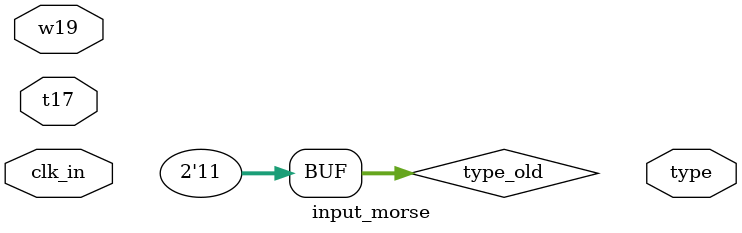
<source format=v>
`timescale 1ns / 1ps


module input_morse(

    input clk_in,
    input t17,  //switch from basys3 board to input morse code
    input w19,  //switch from basys3 board to separate the letter
    output reg [1:0] type //type of the input
    );


    reg [3:0]count = 0;
    reg [1:0]type_old;
    reg [1:0]type_present;
    
    parameter GAP = 2'b00;
    parameter DOT = 2'b01;
    parameter DASH = 2'b10;
    parameter STOP = 2'b11;
    
    initial count = 0;
    initial type_old = STOP;
    initial type_present = STOP;
    
    always @ (posedge clk_in)
    begin
        
        if (t17 == 1)
            count <= count + 1;
        
        if(type_present == STOP)
        begin
        
            if( count!=0 && count > 4'b0110  )
                begin
                    type_present <= DASH;   //user input dash
                end
            else if(count != 0)
                begin
                    type_present <= DOT;    //user input dot
                end  
            else if(w19)
                type_present <= GAP; 
        end
        if(t17 == 0)
            type_present <= STOP;
             
         
        //if(type_old != type_present)
            //type_old <= type_present;
        //type <= type_old;
    end
endmodule


</source>
